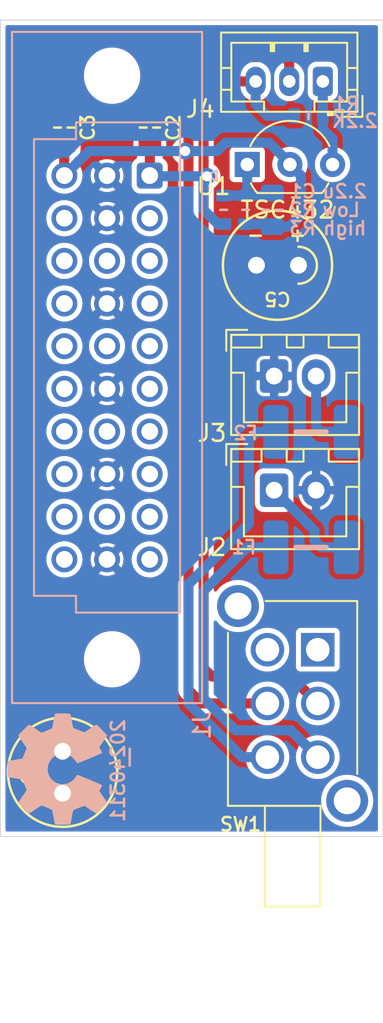
<source format=kicad_pcb>
(kicad_pcb (version 20221018) (generator pcbnew)
  (layers (0 "F.Cu" mixed) (31 "B.Cu" mixed) (34 "B.Paste" user) (35 "F.Paste" user) (36 "B.SilkS" user "B.Silkscreen") (37 "F.SilkS" user "F.Silkscreen") (38 "B.Mask" user) (39 "F.Mask" user) (44 "Edge.Cuts" user))
  (net 0 "")
  (net 1 "GND")
  (net 2 "/+aV")
  (net 3 "/+5V")
  (net 16 "/-aV")
  (net 17 "/xV")
  (net 26 "Net-(J2-Pin_1)")
  (net 27 "/+aV_in")
  (net 28 "Net-(J3-Pin_2)")
  (net 29 "/-aV_in")
  (net 32 "/lowBatt")
  (net 33 "Net-(U1-REF)")
  (footprint "SquantorCapacitor:C_0805" (layer "F.Cu") (at 148.6 70.8 -90)
    (fp_text reference "C2" (at 0 -1.4 90) (layer "F.SilkS") (effects (font (size 0.8 0.8))))
    (fp_text value "10u")
    (fp_line (start 0 -0.6) (end 0 -0.2) (stroke (width 0.15)) (layer "F.SilkS"))
    (fp_line (start 0 0.6) (end 0 0.2) (stroke (width 0.15)) (layer "F.SilkS"))
    (pad "1" smd roundrect (at -1 0 270) (size 1 1.35) (layers "F.Cu" "F.Paste" "F.Mask") (roundrect_rratio 0.2) (net 1 "GND"))
    (pad "2" smd roundrect (at 1 0 270) (size 1 1.35) (layers "F.Cu" "F.Paste" "F.Mask") (roundrect_rratio 0.2) (net 2 "/+aV"))
  )
  (footprint "SquantorCapacitor:C-025-065-elco" (layer "F.Cu") (at 156.2 79 180)
    (fp_text reference "C5" (at 0 -2 180 unlocked) (layer "F.SilkS") (effects (font (size 0.8 0.8))))
    (fp_text value "C_Polarized")
    (fp_text user "-" (at 1.3 1.7 180 unlocked) (layer "F.SilkS") (effects (font (size 0.8 0.8))))
    (fp_text user "+" (at -1.2 1.7 180 unlocked) (layer "F.SilkS") (effects (font (size 0.8 0.8))))
    (fp_arc (start -1.25 1.1) (mid -2.35 0) (end -1.25 -1.1) (stroke (width 0.15)) (layer "F.SilkS"))
    (fp_circle (center 0 0) (end 3.25 0) (stroke (width 0.15)) (fill none) (layer "F.SilkS"))
    (pad "1" thru_hole circle (at -1.25 0 180) (size 1.6 1.6) (drill 1) (layers "*.Cu" "*.Mask"))
    (pad "2" thru_hole circle (at 1.25 0 180) (size 1.6 1.6) (drill 1) (layers "*.Cu" "*.Mask"))
  )
  (footprint "Package_TO_SOT_THT:TO-92L_Inline_Wide" (layer "F.Cu") (at 154.4 73)
    (fp_text reference "U1" (at -2 1.3) (layer "F.SilkS"))
    (fp_text value "TSC432" (at 2.4 2.7) (layer "F.SilkS"))
    (fp_line (start 0.6 1.7) (end 4.45 1.7) (stroke (width 0.12)) (layer "F.SilkS"))
    (fp_arc (start 0.1836 -1.098807) (mid 1.143021 -2.192817) (end 2.54 -2.6) (stroke (width 0.12)) (layer "F.SilkS"))
    (fp_arc (start 0.6 1.7) (mid 0.389183 1.423933) (end 0.217369 1.122045) (stroke (width 0.12)) (layer "F.SilkS"))
    (fp_arc (start 2.54 -2.6) (mid 3.936979 -2.192818) (end 4.8964 -1.098807) (stroke (width 0.12)) (layer "F.SilkS"))
    (fp_arc (start 4.842383 1.112264) (mid 4.666594 1.419753) (end 4.45 1.7) (stroke (width 0.12)) (layer "F.SilkS"))
    (pad "1" thru_hole rect (at 0 0) (size 1.5 1.5) (drill 0.8) (layers "*.Cu" "*.Mask") (net 33 "Net-(U1-REF)"))
    (pad "2" thru_hole circle (at 2.54 0) (size 1.5 1.5) (drill 0.8) (layers "*.Cu" "*.Mask") (net 16 "/-aV"))
    (pad "3" thru_hole circle (at 5.08 0) (size 1.5 1.5) (drill 0.8) (layers "*.Cu" "*.Mask") (net 32 "/lowBatt"))
  )
  (footprint "SquantorCapacitor:C-025-065-elco" (layer "F.Cu") (at 143.4 109.2 90)
    (fp_text reference "C4" (at 0 -2 90 unlocked) (layer "F.SilkS") (effects (font (size 0.8 0.8))))
    (fp_text value "C_Polarized")
    (fp_text user "+" (at -1.2 1.7 90 unlocked) (layer "F.SilkS") (effects (font (size 0.8 0.8))))
    (fp_text user "-" (at 1.3 1.7 90 unlocked) (layer "F.SilkS") (effects (font (size 0.8 0.8))))
    (fp_arc (start -1.25 1.1) (mid -2.35 0) (end -1.25 -1.1) (stroke (width 0.15)) (layer "F.SilkS"))
    (fp_circle (center 0 0) (end 3.25 0) (stroke (width 0.15)) (fill none) (layer "F.SilkS"))
    (pad "1" thru_hole circle (at -1.25 0 90) (size 1.6 1.6) (drill 1) (layers "*.Cu" "*.Mask"))
    (pad "2" thru_hole circle (at 1.25 0 90) (size 1.6 1.6) (drill 1) (layers "*.Cu" "*.Mask"))
  )
  (footprint "Connector_JST:JST_PH_B3B-PH-K_1x03_P2.00mm_Vertical" (layer "F.Cu") (at 158.9 68.05 180)
    (fp_text reference "J4" (at 7.3 -1.65) (layer "F.SilkS"))
    (fp_text value "Conn_01x03")
    (fp_line (start -2.36 -2.11) (end -2.36 -0.86) (stroke (width 0.12)) (layer "F.SilkS"))
    (fp_line (start -2.06 -1.81) (end -2.06 2.91) (stroke (width 0.12)) (layer "F.SilkS"))
    (fp_line (start -2.06 -0.5) (end -1.45 -0.5) (stroke (width 0.12)) (layer "F.SilkS"))
    (fp_line (start -2.06 0.8) (end -1.45 0.8) (stroke (width 0.12)) (layer "F.SilkS"))
    (fp_line (start -2.06 2.91) (end 6.06 2.91) (stroke (width 0.12)) (layer "F.SilkS"))
    (fp_line (start -1.45 -1.2) (end -1.45 2.3) (stroke (width 0.12)) (layer "F.SilkS"))
    (fp_line (start -1.45 2.3) (end 5.45 2.3) (stroke (width 0.12)) (layer "F.SilkS"))
    (fp_line (start -1.11 -2.11) (end -2.36 -2.11) (stroke (width 0.12)) (layer "F.SilkS"))
    (fp_line (start -0.6 -2.01) (end -0.6 -1.81) (stroke (width 0.12)) (layer "F.SilkS"))
    (fp_line (start -0.3 -2.01) (end -0.6 -2.01) (stroke (width 0.12)) (layer "F.SilkS"))
    (fp_line (start -0.3 -1.91) (end -0.6 -1.91) (stroke (width 0.12)) (layer "F.SilkS"))
    (fp_line (start -0.3 -1.81) (end -0.3 -2.01) (stroke (width 0.12)) (layer "F.SilkS"))
    (fp_line (start 0.5 -1.81) (end 0.5 -1.2) (stroke (width 0.12)) (layer "F.SilkS"))
    (fp_line (start 0.5 -1.2) (end -1.45 -1.2) (stroke (width 0.12)) (layer "F.SilkS"))
    (fp_line (start 0.9 1.8) (end 1.1 1.8) (stroke (width 0.12)) (layer "F.SilkS"))
    (fp_line (start 0.9 2.3) (end 0.9 1.8) (stroke (width 0.12)) (layer "F.SilkS"))
    (fp_line (start 1 2.3) (end 1 1.8) (stroke (width 0.12)) (layer "F.SilkS"))
    (fp_line (start 1.1 1.8) (end 1.1 2.3) (stroke (width 0.12)) (layer "F.SilkS"))
    (fp_line (start 2.9 1.8) (end 3.1 1.8) (stroke (width 0.12)) (layer "F.SilkS"))
    (fp_line (start 2.9 2.3) (end 2.9 1.8) (stroke (width 0.12)) (layer "F.SilkS"))
    (fp_line (start 3 2.3) (end 3 1.8) (stroke (width 0.12)) (layer "F.SilkS"))
    (fp_line (start 3.1 1.8) (end 3.1 2.3) (stroke (width 0.12)) (layer "F.SilkS"))
    (fp_line (start 3.5 -1.2) (end 3.5 -1.81) (stroke (width 0.12)) (layer "F.SilkS"))
    (fp_line (start 5.45 -1.2) (end 3.5 -1.2) (stroke (width 0.12)) (layer "F.SilkS"))
    (fp_line (start 5.45 2.3) (end 5.45 -1.2) (stroke (width 0.12)) (layer "F.SilkS"))
    (fp_line (start 6.06 -1.81) (end -2.06 -1.81) (stroke (width 0.12)) (layer "F.SilkS"))
    (fp_line (start 6.06 -0.5) (end 5.45 -0.5) (stroke (width 0.12)) (layer "F.SilkS"))
    (fp_line (start 6.06 0.8) (end 5.45 0.8) (stroke (width 0.12)) (layer "F.SilkS"))
    (fp_line (start 6.06 2.91) (end 6.06 -1.81) (stroke (width 0.12)) (layer "F.SilkS"))
    (pad "1" thru_hole roundrect (at 0 0 180) (size 1.2 1.75) (drill 0.75) (layers "*.Cu" "*.Mask") (roundrect_rratio 0.208333) (net 32 "/lowBatt"))
    (pad "2" thru_hole oval (at 2 0 180) (size 1.2 1.75) (drill 0.75) (layers "*.Cu" "*.Mask") (net 16 "/-aV"))
    (pad "3" thru_hole oval (at 4 0 180) (size 1.2 1.75) (drill 0.75) (layers "*.Cu" "*.Mask") (net 2 "/+aV"))
  )
  (footprint "Connector_JST:JST_XH_B2B-XH-A_1x02_P2.50mm_Vertical" (layer "F.Cu") (at 156 85.6)
    (fp_text reference "J3" (at -3.7 3.4) (layer "F.SilkS"))
    (fp_text value "Conn_01x02")
    (fp_line (start -2.85 -2.75) (end -2.85 -1.5) (stroke (width 0.12)) (layer "F.SilkS"))
    (fp_line (start -2.56 -2.46) (end -2.56 3.51) (stroke (width 0.12)) (layer "F.SilkS"))
    (fp_line (start -2.56 3.51) (end 5.06 3.51) (stroke (width 0.12)) (layer "F.SilkS"))
    (fp_line (start -2.55 -2.45) (end -2.55 -1.7) (stroke (width 0.12)) (layer "F.SilkS"))
    (fp_line (start -2.55 -1.7) (end -0.75 -1.7) (stroke (width 0.12)) (layer "F.SilkS"))
    (fp_line (start -2.55 -0.2) (end -1.8 -0.2) (stroke (width 0.12)) (layer "F.SilkS"))
    (fp_line (start -1.8 -0.2) (end -1.8 2.75) (stroke (width 0.12)) (layer "F.SilkS"))
    (fp_line (start -1.8 2.75) (end 1.25 2.75) (stroke (width 0.12)) (layer "F.SilkS"))
    (fp_line (start -1.6 -2.75) (end -2.85 -2.75) (stroke (width 0.12)) (layer "F.SilkS"))
    (fp_line (start -0.75 -2.45) (end -2.55 -2.45) (stroke (width 0.12)) (layer "F.SilkS"))
    (fp_line (start -0.75 -1.7) (end -0.75 -2.45) (stroke (width 0.12)) (layer "F.SilkS"))
    (fp_line (start 0.75 -2.45) (end 0.75 -1.7) (stroke (width 0.12)) (layer "F.SilkS"))
    (fp_line (start 0.75 -1.7) (end 1.75 -1.7) (stroke (width 0.12)) (layer "F.SilkS"))
    (fp_line (start 1.75 -2.45) (end 0.75 -2.45) (stroke (width 0.12)) (layer "F.SilkS"))
    (fp_line (start 1.75 -1.7) (end 1.75 -2.45) (stroke (width 0.12)) (layer "F.SilkS"))
    (fp_line (start 3.25 -2.45) (end 3.25 -1.7) (stroke (width 0.12)) (layer "F.SilkS"))
    (fp_line (start 3.25 -1.7) (end 5.05 -1.7) (stroke (width 0.12)) (layer "F.SilkS"))
    (fp_line (start 4.3 -0.2) (end 4.3 2.75) (stroke (width 0.12)) (layer "F.SilkS"))
    (fp_line (start 4.3 2.75) (end 1.25 2.75) (stroke (width 0.12)) (layer "F.SilkS"))
    (fp_line (start 5.05 -2.45) (end 3.25 -2.45) (stroke (width 0.12)) (layer "F.SilkS"))
    (fp_line (start 5.05 -1.7) (end 5.05 -2.45) (stroke (width 0.12)) (layer "F.SilkS"))
    (fp_line (start 5.05 -0.2) (end 4.3 -0.2) (stroke (width 0.12)) (layer "F.SilkS"))
    (fp_line (start 5.06 -2.46) (end -2.56 -2.46) (stroke (width 0.12)) (layer "F.SilkS"))
    (fp_line (start 5.06 3.51) (end 5.06 -2.46) (stroke (width 0.12)) (layer "F.SilkS"))
    (pad "1" thru_hole roundrect (at 0 0) (size 1.7 2) (drill 1) (layers "*.Cu" "*.Mask") (roundrect_rratio 0.147059) (net 1 "GND"))
    (pad "2" thru_hole oval (at 2.5 0) (size 1.7 2) (drill 1) (layers "*.Cu" "*.Mask") (net 28 "Net-(J3-Pin_2)"))
  )
  (footprint "SquantorSwitches:PS-22F02" (layer "F.Cu") (at 157.1 105.1 -90)
    (fp_text reference "SW1" (at 7.2 3.1 unlocked) (layer "F.SilkS") (effects (font (size 0.8 0.8))))
    (fp_text value "switch_DPDT")
    (fp_line (start -6.1 1.6) (end -6.1 -3.85) (stroke (width 0.12)) (layer "F.SilkS"))
    (fp_line (start -4.2 3.85) (end 6.1 3.85) (stroke (width 0.12)) (layer "F.SilkS"))
    (fp_line (start 4.2 -3.85) (end -6.1 -3.85) (stroke (width 0.12)) (layer "F.SilkS"))
    (fp_line (start 6.1 -1.6) (end 6.1 3.85) (stroke (width 0.12)) (layer "F.SilkS"))
    (fp_rect (start 6.1 1.65) (end 12.1 -1.66) (stroke (width 0.12)) (fill none) (layer "F.SilkS"))
    (pad "1" thru_hole rect (at -3.2 -1.5 270) (size 2 2) (drill 1.4) (layers "*.Cu" "*.Mask"))
    (pad "2" thru_hole circle (at 0 -1.5 270) (size 2 2) (drill 1.4) (layers "*.Cu" "*.Mask") (net 2 "/+aV"))
    (pad "3" thru_hole circle (at 3.2 -1.5 270) (size 2 2) (drill 1.4) (layers "*.Cu" "*.Mask") (net 27 "/+aV_in"))
    (pad "4" thru_hole circle (at 3.2 1.5 270) (size 2 2) (drill 1.4) (layers "*.Cu" "*.Mask") (net 29 "/-aV_in"))
    (pad "5" thru_hole circle (at 0 1.5 270) (size 2 2) (drill 1.4) (layers "*.Cu" "*.Mask") (net 16 "/-aV"))
    (pad "6" thru_hole circle (at -3.2 1.5 270) (size 2 2) (drill 1.4) (layers "*.Cu" "*.Mask"))
    (pad "S" thru_hole circle (at -5.8 3.25 270) (size 2.5 2.5) (drill 1.6) (layers "*.Cu" "*.Mask"))
    (pad "S" thru_hole circle (at 5.8 -3.25 270) (size 2.5 2.5) (drill 1.6) (layers "*.Cu" "*.Mask"))
  )
  (footprint "SquantorCapacitor:C_0805" (layer "F.Cu") (at 143.5 70.8 -90)
    (fp_text reference "C3" (at 0 -1.4 90) (layer "F.SilkS") (effects (font (size 0.8 0.8))))
    (fp_text value "10u")
    (fp_line (start 0 -0.6) (end 0 -0.2) (stroke (width 0.15)) (layer "F.SilkS"))
    (fp_line (start 0 0.6) (end 0 0.2) (stroke (width 0.15)) (layer "F.SilkS"))
    (pad "1" smd roundrect (at -1 0 270) (size 1 1.35) (layers "F.Cu" "F.Paste" "F.Mask") (roundrect_rratio 0.2) (net 1 "GND"))
    (pad "2" smd roundrect (at 1 0 270) (size 1 1.35) (layers "F.Cu" "F.Paste" "F.Mask") (roundrect_rratio 0.2) (net 16 "/-aV"))
  )
  (footprint "Connector_JST:JST_XH_B2B-XH-A_1x02_P2.50mm_Vertical" (layer "F.Cu") (at 156 92.4)
    (fp_text reference "J2" (at -3.7 3.4) (layer "F.SilkS"))
    (fp_text value "Conn_01x02")
    (fp_line (start -2.85 -2.75) (end -2.85 -1.5) (stroke (width 0.12)) (layer "F.SilkS"))
    (fp_line (start -2.56 -2.46) (end -2.56 3.51) (stroke (width 0.12)) (layer "F.SilkS"))
    (fp_line (start -2.56 3.51) (end 5.06 3.51) (stroke (width 0.12)) (layer "F.SilkS"))
    (fp_line (start -2.55 -2.45) (end -2.55 -1.7) (stroke (width 0.12)) (layer "F.SilkS"))
    (fp_line (start -2.55 -1.7) (end -0.75 -1.7) (stroke (width 0.12)) (layer "F.SilkS"))
    (fp_line (start -2.55 -0.2) (end -1.8 -0.2) (stroke (width 0.12)) (layer "F.SilkS"))
    (fp_line (start -1.8 -0.2) (end -1.8 2.75) (stroke (width 0.12)) (layer "F.SilkS"))
    (fp_line (start -1.8 2.75) (end 1.25 2.75) (stroke (width 0.12)) (layer "F.SilkS"))
    (fp_line (start -1.6 -2.75) (end -2.85 -2.75) (stroke (width 0.12)) (layer "F.SilkS"))
    (fp_line (start -0.75 -2.45) (end -2.55 -2.45) (stroke (width 0.12)) (layer "F.SilkS"))
    (fp_line (start -0.75 -1.7) (end -0.75 -2.45) (stroke (width 0.12)) (layer "F.SilkS"))
    (fp_line (start 0.75 -2.45) (end 0.75 -1.7) (stroke (width 0.12)) (layer "F.SilkS"))
    (fp_line (start 0.75 -1.7) (end 1.75 -1.7) (stroke (width 0.12)) (layer "F.SilkS"))
    (fp_line (start 1.75 -2.45) (end 0.75 -2.45) (stroke (width 0.12)) (layer "F.SilkS"))
    (fp_line (start 1.75 -1.7) (end 1.75 -2.45) (stroke (width 0.12)) (layer "F.SilkS"))
    (fp_line (start 3.25 -2.45) (end 3.25 -1.7) (stroke (width 0.12)) (layer "F.SilkS"))
    (fp_line (start 3.25 -1.7) (end 5.05 -1.7) (stroke (width 0.12)) (layer "F.SilkS"))
    (fp_line (start 4.3 -0.2) (end 4.3 2.75) (stroke (width 0.12)) (layer "F.SilkS"))
    (fp_line (start 4.3 2.75) (end 1.25 2.75) (stroke (width 0.12)) (layer "F.SilkS"))
    (fp_line (start 5.05 -2.45) (end 3.25 -2.45) (stroke (width 0.12)) (layer "F.SilkS"))
    (fp_line (start 5.05 -1.7) (end 5.05 -2.45) (stroke (width 0.12)) (layer "F.SilkS"))
    (fp_line (start 5.05 -0.2) (end 4.3 -0.2) (stroke (width 0.12)) (layer "F.SilkS"))
    (fp_line (start 5.06 -2.46) (end -2.56 -2.46) (stroke (width 0.12)) (layer "F.SilkS"))
    (fp_line (start 5.06 3.51) (end 5.06 -2.46) (stroke (width 0.12)) (layer "F.SilkS"))
    (pad "1" thru_hole roundrect (at 0 0) (size 1.7 2) (drill 1) (layers "*.Cu" "*.Mask") (roundrect_rratio 0.147059) (net 26 "Net-(J2-Pin_1)"))
    (pad "2" thru_hole oval (at 2.5 0) (size 1.7 2) (drill 1) (layers "*.Cu" "*.Mask") (net 1 "GND"))
  )
  (footprint "SquantorLabels:Label_Generic" (layer "B.Cu") (at 146.8 108.3 -90)
    (fp_text reference "N1" hide)
    (fp_text value "20240311" (at 0.8 0.1 90) (layer "B.SilkS") (effects (font (size 0.8 0.8)) (justify mirror)))
    (fp_line (start -0.5 -0.6) (end 0.5 -0.6) (stroke (width 0.15)) (layer "B.SilkS"))
  )
  (footprint "Symbol:OSHW-Symbol_6.7x6mm_SilkScreen" (layer "B.Cu") (at 143.1 109 -90)
    (fp_text reference "N2" hide)
    (fp_text value "OHWLOGO" hide)
    (fp_poly (pts (xy 0.555814 2.531069) (xy 0.639635 2.086445) (xy 0.94892 1.958947) (xy 1.258206 1.831449) (xy 1.629246 2.083754) (xy 1.733157 2.154004) (xy 1.827087 2.216728) (xy 1.906652 2.269062) (xy 1.96747 2.308143) (xy 2.005157 2.331107) (xy 2.015421 2.336058) (xy 2.03391 2.323324) (xy 2.07342 2.288118) (xy 2.129522 2.234938) (xy 2.197787 2.168282) (xy 2.273786 2.092646) (xy 2.353092 2.012528) (xy 2.431275 1.932426) (xy 2.503907 1.856836) (xy 2.566559 1.790255) (xy 2.614803 1.737182) (xy 2.64421 1.702113) (xy 2.651241 1.690377) (xy 2.641123 1.66874) (xy 2.612759 1.621338) (xy 2.569129 1.552807) (xy 2.513218 1.467785) (xy 2.448006 1.370907) (xy 2.410219 1.31565) (xy 2.341343 1.214752) (xy 2.28014 1.123701) (xy 2.229578 1.04703) (xy 2.192628 0.989272) (xy 2.172258 0.954957) (xy 2.169197 0.947746) (xy 2.176136 0.927252) (xy 2.195051 0.879487) (xy 2.223087 0.811168) (xy 2.257391 0.729011) (xy 2.295109 0.63973) (xy 2.333387 0.550042) (xy 2.36937 0.466662) (xy 2.400206 0.396306) (xy 2.423039 0.34569) (xy 2.435017 0.321529) (xy 2.435724 0.320578) (xy 2.454531 0.315964) (xy 2.504618 0.305672) (xy 2.580793 0.290713) (xy 2.677865 0.272099) (xy 2.790643 0.250841) (xy 2.856442 0.238582) (xy 2.97695 0.215638) (xy 3.085797 0.193805) (xy 3.177476 0.174278) (xy 3.246481 0.158252) (xy 3.287304 0.146921) (xy 3.295511 0.143326) (xy 3.303548 0.118994) (xy 3.310033 0.064041) (xy 3.31497 -0.015108) (xy 3.318364 -0.112026) (xy 3.320218 -0.220287) (xy 3.320538 -0.333465) (xy 3.319327 -0.445135) (xy 3.31659 -0.548868) (xy 3.312331 -0.638241) (xy 3.306555 -0.706826) (xy 3.299267 -0.748197) (xy 3.294895 -0.75681) (xy 3.268764 -0.767133) (xy 3.213393 -0.781892) (xy 3.136107 -0.799352) (xy 3.04423 -0.81778) (xy 3.012158 -0.823741) (xy 2.857524 -0.852066) (xy 2.735375 -0.874876) (xy 2.641673 -0.89308) (xy 2.572384 -0.907583) (xy 2.523471 -0.919292) (xy 2.490897 -0.929115) (xy 2.470628 -0.937956) (xy 2.458626 -0.946724) (xy 2.456947 -0.948457) (xy 2.440184 -0.976371) (xy 2.414614 -1.030695) (xy 2.382788 -1.104777) (xy 2.34726 -1.191965) (xy 2.310583 -1.285608) (xy 2.275311 -1.379052) (xy 2.243996 -1.465647) (xy 2.219193 -1.53874) (xy 2.203454 -1.591678) (xy 2.199332 -1.617811) (xy 2.199676 -1.618726) (xy 2.213641 -1.640086) (xy 2.245322 -1.687084) (xy 2.291391 -1.754827) (xy 2.348518 -1.838423) (xy 2.413373 -1.932982) (xy 2.431843 -1.959854) (xy 2.497699 -2.057275) (xy 2.55565 -2.146163) (xy 2.602538 -2.221412) (xy 2.635207 -2.27792) (xy 2.6505 -2.310581) (xy 2.651241 -2.314593) (xy 2.638392 -2.335684) (xy 2.602888 -2.377464) (xy 2.549293 -2.435445) (xy 2.482171 -2.505135) (xy 2.406087 -2.582045) (xy 2.325604 -2.661683) (xy 2.245287 -2.739561) (xy 2.169699 -2.811186) (xy 2.103405 -2.87207) (xy 2.050969 -2.917721) (xy 2.016955 -2.94365) (xy 2.007545 -2.947883) (xy 1.985643 -2.937912) (xy 1.9408 -2.91102) (xy 1.880321 -2.871736) (xy 1.833789 -2.840117) (xy 1.749475 -2.782098) (xy 1.649626 -2.713784) (xy 1.549473 -2.645579) (xy 1.495627 -2.609075) (xy 1.313371 -2.4858) (xy 1.160381 -2.56852) (xy 1.090682 -2.604759) (xy 1.031414 -2.632926) (xy 0.991311 -2.648991) (xy 0.981103 -2.651226) (xy 0.968829 -2.634722) (xy 0.944613 -2.588082) (xy 0.910263 -2.515609) (xy 0.867588 -2.421606) (xy 0.818394 -2.310374) (xy 0.76449 -2.186215) (xy 0.707684 -2.053432) (xy 0.649782 -1.916327) (xy 0.592593 -1.779202) (xy 0.537924 -1.646358) (xy 0.487584 -1.522098) (xy 0.44338 -1.410725) (xy 0.407119 -1.316539) (xy 0.380609 -1.243844) (xy 0.365658 -1.196941) (xy 0.363254 -1.180833) (xy 0.382311 -1.160286) (xy 0.424036 -1.126933) (xy 0.479706 -1.087702) (xy 0.484378 -1.084599) (xy 0.628264 -0.969423) (xy 0.744283 -0.835053) (xy 0.83143 -0.685784) (xy 0.888699 -0.525913) (xy 0.915086 -0.359737) (xy 0.909585 -0.191552) (xy 0.87119 -0.025655) (xy 0.798895 0.133658) (xy 0.777626 0.168513) (xy 0.666996 0.309263) (xy 0.536302 0.422286) (xy 0.390064 0.506997) (xy 0.232808 0.562806) (xy 0.069057 0.589126) (xy -0.096667 0.58537) (xy -0.259838 0.55095) (xy -0.415935 0.485277) (xy -0.560433 0.387765) (xy -0.605131 0.348187) (xy -0.718888 0.224297) (xy -0.801782 0.093876) (xy -0.858644 -0.052315) (xy -0.890313 -0.197088) (xy -0.898131 -0.35986) (xy -0.872062 -0.52344) (xy -0.814755 -0.682298) (xy -0.728856 -0.830906) (xy -0.617014 -0.963735) (xy -0.481877 -1.075256) (xy -0.464117 -1.087011) (xy -0.40785 -1.125508) (xy -0.365077 -1.158863) (xy -0.344628 -1.18016) (xy -0.344331 -1.180833) (xy -0.348721 -1.203871) (xy -0.366124 -1.256157) (xy -0.394732 -1.33339) (xy -0.432735 -1.431268) (xy -0.478326 -1.545491) (xy -0.529697 -1.671758) (xy -0.585038 -1.805767) (xy -0.642542 -1.943218) (xy -0.700399 -2.079808) (xy -0.756802 -2.211237) (xy -0.809942 -2.333205) (xy -0.85801 -2.441409) (xy -0.899199 -2.531549) (xy -0.931699 -2.599323) (xy -0.953703 -2.64043) (xy -0.962564 -2.651226) (xy -0.98964 -2.642819) (xy -1.040303 -2.620272) (xy -1.105817 -2.587613) (xy -1.141841 -2.56852) (xy -1.294832 -2.4858) (xy -1.477088 -2.609075) (xy -1.570125 -2.672228) (xy -1.671985 -2.741727) (xy -1.767438 -2.807165) (xy -1.81525 -2.840117) (xy -1.882495 -2.885273) (xy -1.939436 -2.921057) (xy -1.978646 -2.942938) (xy -1.991381 -2.947563) (xy -2.009917 -2.935085) (xy -2.050941 -2.900252) (xy -2.110475 -2.846678) (xy -2.184542 -2.777983) (xy -2.269165 -2.697781) (xy -2.322685 -2.646286) (xy -2.416319 -2.554286) (xy -2.497241 -2.471999) (xy -2.562177 -2.402945) (xy -2.607858 -2.350644) (xy -2.631011 -2.318616) (xy -2.633232 -2.312116) (xy -2.622924 -2.287394) (xy -2.594439 -2.237405) (xy -2.550937 -2.167212) (xy -2.495577 -2.081875) (xy -2.43152 -1.986456) (xy -2.413303 -1.959854) (xy -2.346927 -1.863167) (xy -2.287378 -1.776117) (xy -2.237984 -1.703595) (xy -2.202075 -1.650493) (xy -2.182981 -1.621703) (xy -2.181136 -1.618726) (xy -2.183895 -1.595782) (xy -2.198538 -1.545336) (xy -2.222513 -1.474041) (xy -2.253266 -1.388547) (xy -2.288244 -1.295507) (xy -2.324893 -1.201574) (xy -2.360661 -1.113399) (xy -2.392994 -1.037634) (xy -2.419338 -0.980931) (xy -2.437142 -0.949943) (xy -2.438407 -0.948457) (xy -2.449294 -0.939601) (xy -2.467682 -0.930843) (xy -2.497606 -0.921277) (xy -2.543103 -0.909996) (xy -2.608209 -0.896093) (xy -2.696961 -0.878663) (xy -2.813393 -0.856798) (xy -2.961542 -0.829591) (xy -2.993618 -0.823741) (xy -3.088686 -0.805374) (xy -3.171565 -0.787405) (xy -3.23493 -0.771569) (xy -3.271458 -0.7596) (xy -3.276356 -0.75681) (xy -3.284427 -0.732072) (xy -3.290987 -0.67679) (xy -3.296033 -0.597389) (xy -3.299559 -0.500296) (xy -3.301561 -0.391938) (xy -3.302036 -0.27874) (xy -3.300977 -0.167128) (xy -3.298382 -0.063529) (xy -3.294246 0.025632) (xy -3.288563 0.093928) (xy -3.281331 0.134934) (xy -3.276971 0.143326) (xy -3.252698 0.151792) (xy -3.197426 0.165565) (xy -3.116662 0.18345) (xy -3.015912 0.204252) (xy -2.900683 0.226777) (xy -2.837902 0.238582) (xy -2.718787 0.260849) (xy -2.612565 0.281021) (xy -2.524427 0.298085) (xy -2.459566 0.311031) (xy -2.423174 0.318845) (xy -2.417184 0.320578) (xy -2.407061 0.34011) (xy -2.385662 0.387157) (xy -2.355839 0.454997) (xy -2.320445 0.536909) (xy -2.282332 0.626172) (xy -2.244353 0.716065) (xy -2.20936 0.799865) (xy -2.180206 0.870853) (xy -2.159743 0.922306) (xy -2.150823 0.947503) (xy -2.150657 0.948604) (xy -2.160769 0.968481) (xy -2.189117 1.014223) (xy -2.232723 1.081283) (xy -2.288606 1.165116) (xy -2.353787 1.261174) (xy -2.391679 1.31635) (xy -2.460725 1.417519) (xy -2.52205 1.50937) (xy -2.572663 1.587256) (xy -2.609571 1.646531) (xy -2.629782 1.682549) (xy -2.632701 1.690623) (xy -2.620153 1.709416) (xy -2.585463 1.749543) (xy -2.533063 1.806507) (xy -2.467384 1.875815) (xy -2.392856 1.952969) (xy -2.313913 2.033475) (xy -2.234983 2.112837) (xy -2.1605 2.18656) (xy -2.094894 2.250148) (xy -2.042596 2.299106) (xy -2.008039 2.328939) (xy -1.996478 2.336058) (xy -1.977654 2.326047) (xy -1.932631 2.297922) (xy -1.865787 2.254546) (xy -1.781499 2.198782) (xy -1.684144 2.133494) (xy -1.610707 2.083754) (xy -1.239667 1.831449) (xy -0.621095 2.086445) (xy -0.537275 2.531069) (xy -0.453454 2.975693) (xy 0.471994 2.975693) (xy 0.555814 2.531069)) (stroke (width 0.01)) (fill solid) (layer "B.SilkS"))
  )
  (footprint "SquantorRcl:F_1812-bourns" (layer "B.Cu") (at 158.2 95.8 180)
    (fp_text reference "F1" (at 4 0 unlocked) (layer "B.SilkS") (effects (font (size 0.8 0.8)) (justify mirror)))
    (fp_text value "0.6A 60V")
    (fp_line (start -0.9 0) (end 0.9 0) (stroke (width 0.3)) (layer "B.SilkS"))
    (pad "1" smd roundrect (at -2.1 0 180) (size 1.5 3.2) (layers "B.Cu" "B.Paste" "B.Mask") (roundrect_rratio 0.2) (net 26 "Net-(J2-Pin_1)"))
    (pad "2" smd roundrect (at 2.1 0 180) (size 1.5 3.2) (layers "B.Cu" "B.Paste" "B.Mask") (roundrect_rratio 0.2) (net 27 "/+aV_in"))
  )
  (footprint "SquantorCapacitor:C_0805" (layer "B.Cu") (at 155.9 75.7 -90)
    (fp_text reference "C1" (at -1.1 -1.8 -180) (layer "B.SilkS") (effects (font (size 0.8 0.8)) (justify mirror)))
    (fp_text value "2.2u" (at -1.1 -4.3 -180) (layer "B.SilkS") (effects (font (size 0.8 0.8)) (justify mirror)))
    (fp_line (start 0 -0.6) (end 0 -0.2) (stroke (width 0.15)) (layer "B.SilkS"))
    (fp_line (start 0 0.6) (end 0 0.2) (stroke (width 0.15)) (layer "B.SilkS"))
    (pad "1" smd roundrect (at -1 0 270) (size 1 1.35) (layers "B.Cu" "B.Paste" "B.Mask") (roundrect_rratio 0.2) (net 33 "Net-(U1-REF)"))
    (pad "2" smd roundrect (at 1 0 270) (size 1 1.35) (layers "B.Cu" "B.Paste" "B.Mask") (roundrect_rratio 0.2) (net 16 "/-aV"))
  )
  (footprint "SquantorResistor:R_0603_hand" (layer "B.Cu") (at 154.3 75.7 90)
    (fp_text reference "R2" (at 0 3.4 180) (layer "B.SilkS") (effects (font (size 0.8 0.8)) (justify mirror)))
    (fp_text value "Low" (at 0 5.7 180) (layer "B.SilkS") (effects (font (size 0.8 0.8)) (justify mirror)))
    (fp_line (start 0 0.2) (end 0 -0.2) (stroke (width 0.15)) (layer "B.SilkS"))
    (pad "1" smd roundrect (at -0.85 0 90) (size 0.7 0.9) (layers "B.Cu" "B.Paste" "B.Mask") (roundrect_rratio 0.1428571429) (net 16 "/-aV"))
    (pad "2" smd roundrect (at 0.85 0 90) (size 0.7 0.9) (layers "B.Cu" "B.Paste" "B.Mask") (roundrect_rratio 0.1428571429) (net 33 "Net-(U1-REF)"))
  )
  (footprint "SquantorResistor:R_0603_hand" (layer "B.Cu") (at 158.05 70.1)
    (fp_text reference "R1" (at 2.25 -0.7) (layer "B.SilkS") (effects (font (size 0.8 0.8)) (justify mirror)))
    (fp_text value "2.2K" (at 2.75 0.3) (layer "B.SilkS") (effects (font (size 0.8 0.8)) (justify mirror)))
    (fp_line (start 0 0.2) (end 0 -0.2) (stroke (width 0.15)) (layer "B.SilkS"))
    (pad "1" smd roundrect (at -0.85 0) (size 0.7 0.9) (layers "B.Cu" "B.Paste" "B.Mask") (roundrect_rratio 0.1428571429) (net 2 "/+aV"))
    (pad "2" smd roundrect (at 0.85 0) (size 0.7 0.9) (layers "B.Cu" "B.Paste" "B.Mask") (roundrect_rratio 0.1428571429) (net 32 "/lowBatt"))
  )
  (footprint "SquantorConnectors:DIN41612_R3_3x10_Male_Vertical_THT" (layer "B.Cu") (at 146.05 85.09 -90)
    (fp_text reference "J1" (at 21.31 -5.65 90) (layer "B.SilkS") (effects (justify mirror)))
    (fp_text value "~")
    (fp_line (start -19.99 -5.66) (end -19.99 5.66) (stroke (width 0.12)) (layer "B.SilkS"))
    (fp_line (start -19.99 5.66) (end 19.99 5.66) (stroke (width 0.12)) (layer "B.SilkS"))
    (fp_line (start -14.6 -4.35) (end -14.6 1.85) (stroke (width 0.12)) (layer "B.SilkS"))
    (fp_line (start -14.6 1.85) (end -13.6 1.85) (stroke (width 0.12)) (layer "B.SilkS"))
    (fp_line (start -13.6 1.85) (end -13.6 4.35) (stroke (width 0.12)) (layer "B.SilkS"))
    (fp_line (start -13.6 4.35) (end 13.6 4.35) (stroke (width 0.12)) (layer "B.SilkS"))
    (fp_line (start -11.73 -6.53) (end -11.13 -6.53) (stroke (width 0.12)) (layer "B.SilkS"))
    (fp_line (start -11.43 -5.85) (end -11.73 -6.53) (stroke (width 0.12)) (layer "B.SilkS"))
    (fp_line (start -11.13 -6.53) (end -11.43 -5.85) (stroke (width 0.12)) (layer "B.SilkS"))
    (fp_line (start 13.6 1.85) (end 14.6 1.85) (stroke (width 0.12)) (layer "B.SilkS"))
    (fp_line (start 13.6 4.35) (end 13.6 1.85) (stroke (width 0.12)) (layer "B.SilkS"))
    (fp_line (start 14.6 -4.35) (end -14.6 -4.35) (stroke (width 0.12)) (layer "B.SilkS"))
    (fp_line (start 14.6 1.85) (end 14.6 -4.35) (stroke (width 0.12)) (layer "B.SilkS"))
    (fp_line (start 19.99 -5.66) (end -19.99 -5.66) (stroke (width 0.12)) (layer "B.SilkS"))
    (fp_line (start 19.99 5.66) (end 19.99 -5.66) (stroke (width 0.12)) (layer "B.SilkS"))
    (pad "" np_thru_hole circle (at -17.38 -0.3 180) (size 2.85 2.85) (drill 2.85) (layers "*.Cu" "*.Mask"))
    (pad "" np_thru_hole circle (at 17.38 -0.3 180) (size 2.85 2.85) (drill 2.85) (layers "*.Cu" "*.Mask"))
    (pad "A1" thru_hole roundrect (at -11.43 -2.54 180) (size 1.55 1.55) (drill 1) (layers "*.Cu" "*.Mask") (roundrect_rratio 0.16129) (net 2 "/+aV"))
    (pad "A2" thru_hole circle (at -8.89 -2.54 180) (size 1.55 1.55) (drill 1) (layers "*.Cu" "*.Mask") (net 3 "/+5V"))
    (pad "A3" thru_hole circle (at -6.35 -2.54 180) (size 1.55 1.55) (drill 1) (layers "*.Cu" "*.Mask"))
    (pad "A4" thru_hole circle (at -3.81 -2.54 180) (size 1.55 1.55) (drill 1) (layers "*.Cu" "*.Mask"))
    (pad "A5" thru_hole circle (at -1.27 -2.54 180) (size 1.55 1.55) (drill 1) (layers "*.Cu" "*.Mask"))
    (pad "A6" thru_hole circle (at 1.27 -2.54 180) (size 1.55 1.55) (drill 1) (layers "*.Cu" "*.Mask"))
    (pad "A7" thru_hole circle (at 3.81 -2.54 180) (size 1.55 1.55) (drill 1) (layers "*.Cu" "*.Mask"))
    (pad "A8" thru_hole circle (at 6.35 -2.54 180) (size 1.55 1.55) (drill 1) (layers "*.Cu" "*.Mask"))
    (pad "A9" thru_hole circle (at 8.89 -2.54 180) (size 1.55 1.55) (drill 1) (layers "*.Cu" "*.Mask"))
    (pad "A10" thru_hole circle (at 11.43 -2.54 180) (size 1.55 1.55) (drill 1) (layers "*.Cu" "*.Mask"))
    (pad "B1" thru_hole circle (at -11.43 0 180) (size 1.55 1.55) (drill 1) (layers "*.Cu" "*.Mask") (net 1 "GND"))
    (pad "B2" thru_hole circle (at -8.89 0 180) (size 1.55 1.55) (drill 1) (layers "*.Cu" "*.Mask") (net 1 "GND"))
    (pad "B3" thru_hole circle (at -6.35 0 180) (size 1.55 1.55) (drill 1) (layers "*.Cu" "*.Mask"))
    (pad "B4" thru_hole circle (at -3.81 0 180) (size 1.55 1.55) (drill 1) (layers "*.Cu" "*.Mask") (net 1 "GND"))
    (pad "B5" thru_hole circle (at -1.27 0 180) (size 1.55 1.55) (drill 1) (layers "*.Cu" "*.Mask"))
    (pad "B6" thru_hole circle (at 1.27 0 180) (size 1.55 1.55) (drill 1) (layers "*.Cu" "*.Mask") (net 1 "GND"))
    (pad "B7" thru_hole circle (at 3.81 0 180) (size 1.55 1.55) (drill 1) (layers "*.Cu" "*.Mask"))
    (pad "B8" thru_hole circle (at 6.35 0 180) (size 1.55 1.55) (drill 1) (layers "*.Cu" "*.Mask") (net 1 "GND"))
    (pad "B9" thru_hole circle (at 8.89 0 180) (size 1.55 1.55) (drill 1) (layers "*.Cu" "*.Mask"))
    (pad "B10" thru_hole circle (at 11.43 0 180) (size 1.55 1.55) (drill 1) (layers "*.Cu" "*.Mask") (net 1 "GND"))
    (pad "C1" thru_hole circle (at -11.43 2.54 180) (size 1.55 1.55) (drill 1) (layers "*.Cu" "*.Mask") (net 16 "/-aV"))
    (pad "C2" thru_hole circle (at -8.89 2.54 180) (size 1.55 1.55) (drill 1) (layers "*.Cu" "*.Mask") (net 17 "/xV"))
    (pad "C3" thru_hole circle (at -6.35 2.54 180) (size 1.55 1.55) (drill 1) (layers "*.Cu" "*.Mask"))
    (pad "C4" thru_hole circle (at -3.81 2.54 180) (size 1.55 1.55) (drill 1) (layers "*.Cu" "*.Mask"))
    (pad "C5" thru_hole circle (at -1.27 2.54 180) (size 1.55 1.55) (drill 1) (layers "*.Cu" "*.Mask"))
    (pad "C6" thru_hole circle (at 1.27 2.54 180) (size 1.55 1.55) (drill 1) (layers "*.Cu" "*.Mask"))
    (pad "C7" thru_hole circle (at 3.81 2.54 180) (size 1.55 1.55) (drill 1) (layers "*.Cu" "*.Mask"))
    (pad "C8" thru_hole circle (at 6.35 2.54 180) (size 1.55 1.55) (drill 1) (layers "*.Cu" "*.Mask"))
    (pad "C9" thru_hole circle (at 8.89 2.54 180) (size 1.55 1.55) (drill 1) (layers "*.Cu" "*.Mask"))
    (pad "C10" thru_hole circle (at 11.43 2.54 180) (size 1.55 1.55) (drill 1) (layers "*.Cu" "*.Mask"))
  )
  (footprint "SquantorResistor:R_0603_hand" (layer "B.Cu") (at 153 75.7 90)
    (fp_text reference "R3" (at -1.1 4.7 180) (layer "B.SilkS") (effects (font (size 0.8 0.8)) (justify mirror)))
    (fp_text value "high" (at -1.1 7.2 180) (layer "B.SilkS") (effects (font (size 0.8 0.8)) (justify mirror)))
    (fp_line (start 0 0.2) (end 0 -0.2) (stroke (width 0.15)) (layer "B.SilkS"))
    (pad "1" smd roundrect (at -0.85 0 90) (size 0.7 0.9) (layers "B.Cu" "B.Paste" "B.Mask") (roundrect_rratio 0.1428571429) (net 2 "/+aV"))
    (pad "2" smd roundrect (at 0.85 0 90) (size 0.7 0.9) (layers "B.Cu" "B.Paste" "B.Mask") (roundrect_rratio 0.1428571429) (net 33 "Net-(U1-REF)"))
  )
  (footprint "SquantorRcl:F_1812-bourns" (layer "B.Cu") (at 158.2 88.925 180)
    (fp_text reference "F2" (at 3.9 -0.075 unlocked) (layer "B.SilkS") (effects (font (size 0.8 0.8)) (justify mirror)))
    (fp_text value "0.6A 60V")
    (fp_line (start -0.9 0) (end 0.9 0) (stroke (width 0.3)) (layer "B.SilkS"))
    (pad "1" smd roundrect (at -2.1 0 180) (size 1.5 3.2) (layers "B.Cu" "B.Paste" "B.Mask") (roundrect_rratio 0.2) (net 28 "Net-(J3-Pin_2)"))
    (pad "2" smd roundrect (at 2.1 0 180) (size 1.5 3.2) (layers "B.Cu" "B.Paste" "B.Mask") (roundrect_rratio 0.2) (net 29 "/-aV_in"))
  )
  (gr_rect (start 139.7 64.4) (end 162.48 113.03) (stroke (width 0.05)) (fill none) (layer "Edge.Cuts"))
  (segment (start 151.8 68.5) (end 152.25 68.05) (width 0.6) (layer "F.Cu") (net 2))
  (segment (start 152.25 68.05) (end 154.9 68.05) (width 0.6) (layer "F.Cu") (net 2))
  (segment (start 151.8 73.9) (end 151.8 103) (width 0.6) (layer "F.Cu") (net 2))
  (segment (start 151.8 103) (end 152.3 103.5) (width 0.6) (layer "F.Cu") (net 2))
  (segment (start 151.8 73.5) (end 151.8 68.5) (width 0.6) (layer "F.Cu") (net 2))
  (segment (start 152.3 103.5) (end 157 103.5) (width 0.6) (layer "F.Cu") (net 2))
  (segment (start 152 73.7) (end 151.8 73.9) (width 0.6) (layer "F.Cu") (net 2))
  (segment (start 152 73.7) (end 151.8 73.5) (width 0.6) (layer "F.Cu") (net 2))
  (segment (start 148.6 73.65) (end 148.59 73.66) (width 0.6) (layer "F.Cu") (net 2))
  (segment (start 157 103.5) (end 158.6 105.1) (width 0.6) (layer "F.Cu") (net 2))
  (segment (start 148.6 71.8) (end 148.6 73.65) (width 0.6) (layer "F.Cu") (net 2))
  (via (at 152 73.7) (size 1) (drill 0.6) (layers "F.Cu" "B.Cu") (net 2))
  (segment (start 151.8 73.9) (end 152 73.7) (width 0.6) (layer "B.Cu") (net 2))
  (segment (start 155.6 70.1) (end 157.2 70.1) (width 0.6) (layer "B.Cu") (net 2))
  (segment (start 154.9 68.05) (end 154.9 69.4) (width 0.6) (layer "B.Cu") (net 2))
  (segment (start 154.9 69.4) (end 155.6 70.1) (width 0.6) (layer "B.Cu") (net 2))
  (segment (start 148.63 73.7) (end 148.59 73.66) (width 0.6) (layer "B.Cu") (net 2))
  (segment (start 153 76.55) (end 152.65 76.55) (width 0.6) (layer "B.Cu") (net 2))
  (segment (start 151.8 75.7) (end 151.8 73.9) (width 0.6) (layer "B.Cu") (net 2))
  (segment (start 152.65 76.55) (end 151.8 75.7) (width 0.6) (layer "B.Cu") (net 2))
  (segment (start 152 73.7) (end 148.63 73.7) (width 0.6) (layer "B.Cu") (net 2))
  (segment (start 152.3 66.6) (end 150.9 68) (width 0.6) (layer "F.Cu") (net 16))
  (segment (start 156.9 66.9) (end 156.6 66.6) (width 0.6) (layer "F.Cu") (net 16))
  (segment (start 143.5 71.8) (end 143.5 73.65) (width 0.6) (layer "F.Cu") (net 16))
  (segment (start 156.9 68.05) (end 156.9 66.9) (width 0.6) (layer "F.Cu") (net 16))
  (segment (start 150.9 104.3) (end 150.9 72.3) (width 0.6) (layer "F.Cu") (net 16))
  (segment (start 150.7 72.2) (end 150.8 72.2) (width 0.6) (layer "F.Cu") (net 16))
  (segment (start 156.6 66.6) (end 152.3 66.6) (width 0.6) (layer "F.Cu") (net 16))
  (segment (start 150.8 72.2) (end 150.9 72.3) (width 0.6) (layer "F.Cu") (net 16))
  (segment (start 143.5 73.65) (end 143.51 73.66) (width 0.6) (layer "F.Cu") (net 16))
  (segment (start 155.6 105.1) (end 151.7 105.1) (width 0.6) (layer "F.Cu") (net 16))
  (segment (start 151.7 105.1) (end 150.9 104.3) (width 0.6) (layer "F.Cu") (net 16))
  (segment (start 150.9 68) (end 150.9 72.3) (width 0.6) (layer "F.Cu") (net 16))
  (via (at 150.7 72.2) (size 1) (drill 0.6) (layers "F.Cu" "B.Cu") (net 16))
  (segment (start 156.94 73) (end 157.6 73.66) (width 0.6) (layer "B.Cu") (net 16))
  (segment (start 156.94 72.94) (end 156.94 73) (width 0.6) (layer "B.Cu") (net 16))
  (segment (start 143.51 73.66) (end 144.97 72.2) (width 0.6) (layer "B.Cu") (net 16))
  (segment (start 150.7 72.2) (end 152.6 72.2) (width 0.6) (layer "B.Cu") (net 16))
  (segment (start 157.6 76) (end 156.9 76.7) (width 0.6) (layer "B.Cu") (net 16))
  (segment (start 154.3 76.55) (end 155.75 76.55) (width 0.6) (layer "B.Cu") (net 16))
  (segment (start 155.75 76.55) (end 155.9 76.7) (width 0.6) (layer "B.Cu") (net 16))
  (segment (start 155.7 71.7) (end 156.94 72.94) (width 0.6) (layer "B.Cu") (net 16))
  (segment (start 144.97 72.2) (end 150.7 72.2) (width 0.6) (layer "B.Cu") (net 16))
  (segment (start 152.6 72.2) (end 153.1 71.7) (width 0.6) (layer "B.Cu") (net 16))
  (segment (start 153.1 71.7) (end 155.7 71.7) (width 0.6) (layer "B.Cu") (net 16))
  (segment (start 157.6 73.66) (end 157.6 76) (width 0.6) (layer "B.Cu") (net 16))
  (segment (start 156.9 76.7) (end 155.9 76.7) (width 0.6) (layer "B.Cu") (net 16))
  (segment (start 158.4 94.8) (end 158.4 95.4) (width 0.6) (layer "B.Cu") (net 26))
  (segment (start 158.4 95.4) (end 158.8 95.8) (width 0.6) (layer "B.Cu") (net 26))
  (segment (start 158.8 95.8) (end 160.3 95.8) (width 0.6) (layer "B.Cu") (net 26))
  (segment (start 156 92.4) (end 158.4 94.8) (width 0.6) (layer "B.Cu") (net 26))
  (segment (start 153.7 106.7) (end 157 106.7) (width 0.6) (layer "B.Cu") (net 27))
  (segment (start 154.4 95.8) (end 151.8 98.4) (width 0.6) (layer "B.Cu") (net 27))
  (segment (start 151.8 98.4) (end 151.8 104.8) (width 0.6) (layer "B.Cu") (net 27))
  (segment (start 157 106.7) (end 158.6 108.3) (width 0.6) (layer "B.Cu") (net 27))
  (segment (start 151.8 104.8) (end 153.7 106.7) (width 0.6) (layer "B.Cu") (net 27))
  (segment (start 156.1 95.8) (end 154.4 95.8) (width 0.6) (layer "B.Cu") (net 27))
  (segment (start 158.5 85.6) (end 158.5 88.625) (width 0.6) (layer "B.Cu") (net 28))
  (segment (start 158.5 88.625) (end 158.8 88.925) (width 0.6) (layer "B.Cu") (net 28))
  (segment (start 158.8 88.925) (end 160.3 88.925) (width 0.6) (layer "B.Cu") (net 28))
  (segment (start 150.9 105.1) (end 154.1 108.3) (width 0.6) (layer "B.Cu") (net 29))
  (segment (start 154.5 94.4) (end 150.9 98) (width 0.6) (layer "B.Cu") (net 29))
  (segment (start 156.1 88.925) (end 154.975 88.925) (width 0.6) (layer "B.Cu") (net 29))
  (segment (start 150.9 98) (end 150.9 105.1) (width 0.6) (layer "B.Cu") (net 29))
  (segment (start 154.5 89.4) (end 154.5 94.4) (width 0.6) (layer "B.Cu") (net 29))
  (segment (start 154.1 108.3) (end 155.6 108.3) (width 0.6) (layer "B.Cu") (net 29))
  (segment (start 154.975 88.925) (end 154.5 89.4) (width 0.6) (layer "B.Cu") (net 29))
  (segment (start 158.9 70.9) (end 158.9 70.1) (width 0.6) (layer "B.Cu") (net 32))
  (segment (start 159.48 73) (end 159.48 71.48) (width 0.6) (layer "B.Cu") (net 32))
  (segment (start 159.48 71.48) (end 158.9 70.9) (width 0.6) (layer "B.Cu") (net 32))
  (segment (start 158.9 70.1) (end 158.9 68.05) (width 0.6) (layer "B.Cu") (net 32))
  (segment (start 154.4 74.75) (end 154.3 74.85) (width 0.6) (layer "B.Cu") (net 33))
  (segment (start 154.3 74.85) (end 154.45 74.7) (width 0.6) (layer "B.Cu") (net 33))
  (segment (start 154.4 73) (end 154.4 74.75) (width 0.6) (layer "B.Cu") (net 33))
  (segment (start 153 74.85) (end 154.3 74.85) (width 0.6) (layer "B.Cu") (net 33))
  (segment (start 155.75 74.85) (end 155.9 74.7) (width 0.6) (layer "B.Cu") (net 33))
  (segment (start 154.3 74.85) (end 155.75 74.85) (width 0.6) (layer "B.Cu") (net 33))
  (zone (net 1) (net_name "GND") (layers "F&B.Cu") (connect_pads (clearance 0.3)) (min_thickness 0.2) (fill yes (thermal_gap 0.2) (thermal_bridge_width 0.5))
    (polygon (pts (xy 139.7 64.4) (xy 162.48 64.4) (xy 162.48 113.03) (xy 139.7 113.03)))
  )
)
</source>
